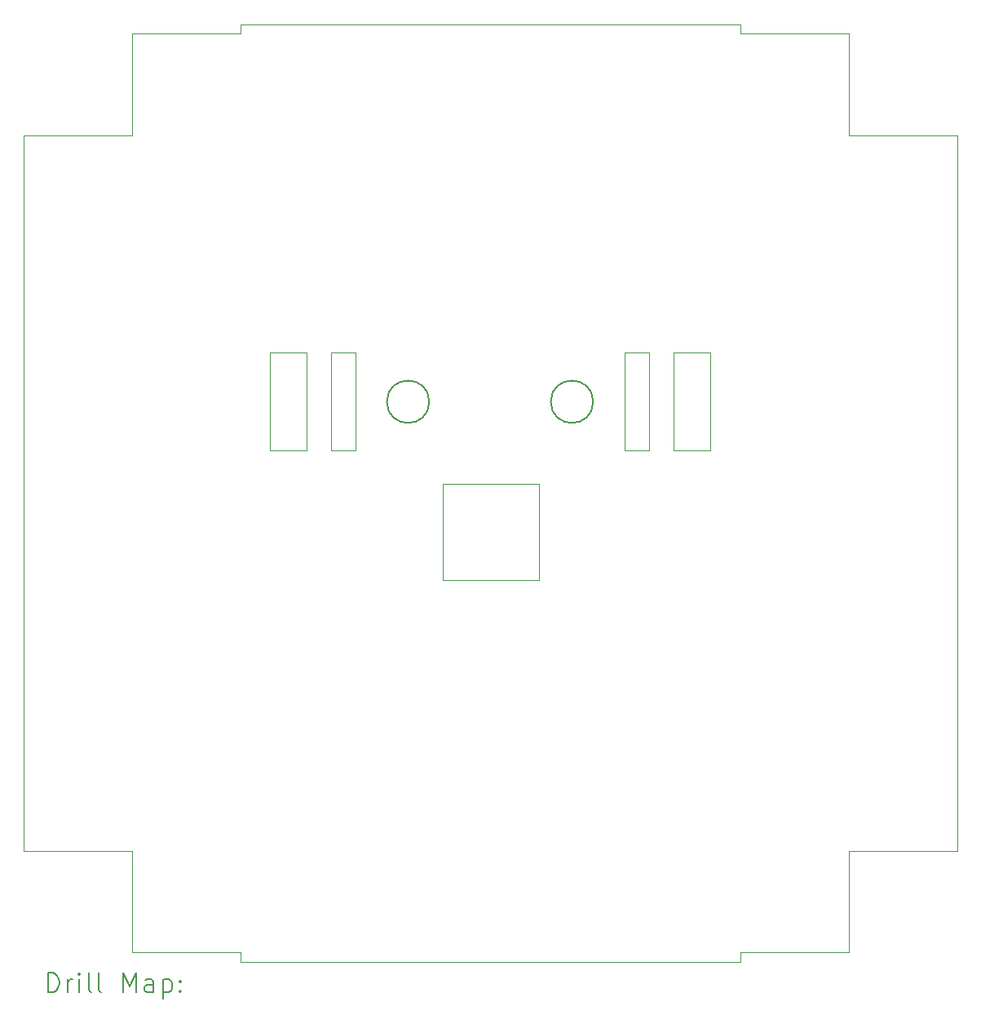
<source format=gbr>
%FSLAX45Y45*%
G04 Gerber Fmt 4.5, Leading zero omitted, Abs format (unit mm)*
G04 Created by KiCad (PCBNEW (6.0.5)) date 2023-05-08 03:06:56*
%MOMM*%
%LPD*%
G01*
G04 APERTURE LIST*
%TA.AperFunction,Profile*%
%ADD10C,0.050000*%
%TD*%
%TA.AperFunction,Profile*%
%ADD11C,0.150000*%
%TD*%
%TA.AperFunction,Profile*%
%ADD12C,0.100000*%
%TD*%
%ADD13C,0.200000*%
G04 APERTURE END LIST*
D10*
X21985800Y-4080680D02*
X20858400Y-4080680D01*
X20548600Y-8407400D02*
X20548600Y-7391400D01*
X20858400Y-3980680D02*
X20858400Y-4080680D01*
D11*
X17627600Y-7899400D02*
G75*
G03*
X17627600Y-7899400I-220000J0D01*
G01*
D10*
X20858400Y-3980680D02*
X15671200Y-3980680D01*
X21985600Y-13613560D02*
X21985600Y-12562000D01*
X20167600Y-7391400D02*
X20167600Y-8407400D01*
D12*
X17768000Y-9751000D02*
X18768000Y-9751000D01*
D10*
X15671200Y-4080680D02*
X14543800Y-4080680D01*
X14543800Y-5132240D02*
X13416400Y-5132240D01*
X20167600Y-8407400D02*
X20548600Y-8407400D01*
X16611600Y-8406897D02*
X16865600Y-8406897D01*
X21985800Y-5132240D02*
X21985800Y-4080680D01*
X19659600Y-8406897D02*
X19659600Y-7390896D01*
X19913600Y-8406897D02*
X19659600Y-8406897D01*
X16357600Y-7391400D02*
X15976600Y-7391400D01*
X15976600Y-8407400D02*
X16357600Y-8407400D01*
D12*
X18768000Y-9751000D02*
X18768000Y-8751000D01*
D10*
X20548600Y-7391400D02*
X20167600Y-7391400D01*
X23113000Y-12562000D02*
X21985600Y-12562000D01*
X14543600Y-12562000D02*
X13416200Y-12562000D01*
X16865600Y-7390896D02*
X16611600Y-7390896D01*
X14543800Y-5132240D02*
X14543800Y-4080680D01*
X15976600Y-7391400D02*
X15976600Y-8407400D01*
X15671000Y-13713560D02*
X15671000Y-13613560D01*
X13416400Y-5132240D02*
X13416200Y-12562000D01*
X15671000Y-13613560D02*
X14543600Y-13613560D01*
X21985600Y-13613560D02*
X20858200Y-13613560D01*
X20858200Y-13713560D02*
X15671000Y-13713560D01*
X23113000Y-12562000D02*
X23113200Y-5132240D01*
X19659600Y-7390896D02*
X19913600Y-7390896D01*
X23113200Y-5132240D02*
X21985800Y-5132240D01*
X15671200Y-4080680D02*
X15671200Y-3980680D01*
D12*
X17768000Y-8751000D02*
X18768000Y-8751000D01*
D10*
X16611600Y-7390896D02*
X16611600Y-8406897D01*
D11*
X19329400Y-7899400D02*
G75*
G03*
X19329400Y-7899400I-220000J0D01*
G01*
D10*
X16357600Y-8407400D02*
X16357600Y-7391400D01*
D12*
X17768000Y-9751000D02*
X17768000Y-8751000D01*
D10*
X19913600Y-7390896D02*
X19913600Y-8406897D01*
X20858200Y-13613560D02*
X20858200Y-13713560D01*
X16865600Y-8406897D02*
X16865600Y-7390896D01*
X14543600Y-13613560D02*
X14543600Y-12562000D01*
D13*
X13671319Y-14026536D02*
X13671319Y-13826536D01*
X13718938Y-13826536D01*
X13747509Y-13836060D01*
X13766557Y-13855108D01*
X13776081Y-13874155D01*
X13785605Y-13912250D01*
X13785605Y-13940822D01*
X13776081Y-13978917D01*
X13766557Y-13997965D01*
X13747509Y-14017012D01*
X13718938Y-14026536D01*
X13671319Y-14026536D01*
X13871319Y-14026536D02*
X13871319Y-13893203D01*
X13871319Y-13931298D02*
X13880843Y-13912250D01*
X13890367Y-13902727D01*
X13909414Y-13893203D01*
X13928462Y-13893203D01*
X13995128Y-14026536D02*
X13995128Y-13893203D01*
X13995128Y-13826536D02*
X13985605Y-13836060D01*
X13995128Y-13845584D01*
X14004652Y-13836060D01*
X13995128Y-13826536D01*
X13995128Y-13845584D01*
X14118938Y-14026536D02*
X14099890Y-14017012D01*
X14090367Y-13997965D01*
X14090367Y-13826536D01*
X14223700Y-14026536D02*
X14204652Y-14017012D01*
X14195128Y-13997965D01*
X14195128Y-13826536D01*
X14452271Y-14026536D02*
X14452271Y-13826536D01*
X14518938Y-13969393D01*
X14585605Y-13826536D01*
X14585605Y-14026536D01*
X14766557Y-14026536D02*
X14766557Y-13921774D01*
X14757033Y-13902727D01*
X14737986Y-13893203D01*
X14699890Y-13893203D01*
X14680843Y-13902727D01*
X14766557Y-14017012D02*
X14747509Y-14026536D01*
X14699890Y-14026536D01*
X14680843Y-14017012D01*
X14671319Y-13997965D01*
X14671319Y-13978917D01*
X14680843Y-13959869D01*
X14699890Y-13950346D01*
X14747509Y-13950346D01*
X14766557Y-13940822D01*
X14861795Y-13893203D02*
X14861795Y-14093203D01*
X14861795Y-13902727D02*
X14880843Y-13893203D01*
X14918938Y-13893203D01*
X14937986Y-13902727D01*
X14947509Y-13912250D01*
X14957033Y-13931298D01*
X14957033Y-13988441D01*
X14947509Y-14007488D01*
X14937986Y-14017012D01*
X14918938Y-14026536D01*
X14880843Y-14026536D01*
X14861795Y-14017012D01*
X15042748Y-14007488D02*
X15052271Y-14017012D01*
X15042748Y-14026536D01*
X15033224Y-14017012D01*
X15042748Y-14007488D01*
X15042748Y-14026536D01*
X15042748Y-13902727D02*
X15052271Y-13912250D01*
X15042748Y-13921774D01*
X15033224Y-13912250D01*
X15042748Y-13902727D01*
X15042748Y-13921774D01*
M02*

</source>
